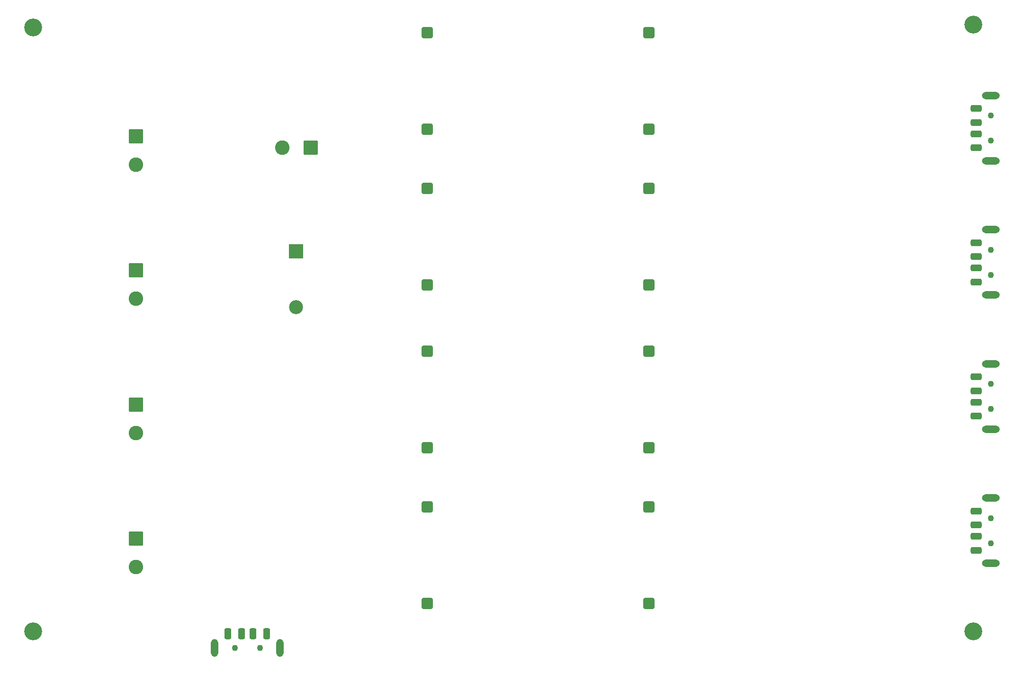
<source format=gbr>
%TF.GenerationSoftware,KiCad,Pcbnew,9.0.4*%
%TF.CreationDate,2025-09-17T14:06:31+05:30*%
%TF.ProjectId,Robot_power_board,526f626f-745f-4706-9f77-65725f626f61,rev?*%
%TF.SameCoordinates,Original*%
%TF.FileFunction,Soldermask,Top*%
%TF.FilePolarity,Negative*%
%FSLAX46Y46*%
G04 Gerber Fmt 4.6, Leading zero omitted, Abs format (unit mm)*
G04 Created by KiCad (PCBNEW 9.0.4) date 2025-09-17 14:06:31*
%MOMM*%
%LPD*%
G01*
G04 APERTURE LIST*
G04 Aperture macros list*
%AMRoundRect*
0 Rectangle with rounded corners*
0 $1 Rounding radius*
0 $2 $3 $4 $5 $6 $7 $8 $9 X,Y pos of 4 corners*
0 Add a 4 corners polygon primitive as box body*
4,1,4,$2,$3,$4,$5,$6,$7,$8,$9,$2,$3,0*
0 Add four circle primitives for the rounded corners*
1,1,$1+$1,$2,$3*
1,1,$1+$1,$4,$5*
1,1,$1+$1,$6,$7*
1,1,$1+$1,$8,$9*
0 Add four rect primitives between the rounded corners*
20,1,$1+$1,$2,$3,$4,$5,0*
20,1,$1+$1,$4,$5,$6,$7,0*
20,1,$1+$1,$6,$7,$8,$9,0*
20,1,$1+$1,$8,$9,$2,$3,0*%
G04 Aperture macros list end*
%ADD10RoundRect,0.250000X-1.050000X1.050000X-1.050000X-1.050000X1.050000X-1.050000X1.050000X1.050000X0*%
%ADD11C,2.600000*%
%ADD12RoundRect,0.250000X1.050000X1.050000X-1.050000X1.050000X-1.050000X-1.050000X1.050000X-1.050000X0*%
%ADD13C,1.100000*%
%ADD14RoundRect,0.300000X-0.300000X0.700000X-0.300000X-0.700000X0.300000X-0.700000X0.300000X0.700000X0*%
%ADD15O,1.300000X3.200000*%
%ADD16C,3.200000*%
%ADD17RoundRect,0.300000X-0.700000X-0.300000X0.700000X-0.300000X0.700000X0.300000X-0.700000X0.300000X0*%
%ADD18O,3.200000X1.300000*%
%ADD19R,2.500000X2.500000*%
%ADD20C,2.500000*%
%ADD21RoundRect,0.300000X-0.700000X-0.700000X0.700000X-0.700000X0.700000X0.700000X-0.700000X0.700000X0*%
G04 APERTURE END LIST*
D10*
%TO.C,J4*%
X65827500Y-102455000D03*
D11*
X65827500Y-107535000D03*
%TD*%
D12*
%TO.C,J1*%
X97045000Y-56500000D03*
D11*
X91965000Y-56500000D03*
%TD*%
D13*
%TO.C,J10*%
X88000000Y-146000000D03*
X83500000Y-146000000D03*
D14*
X89250000Y-143400000D03*
X86750000Y-143400000D03*
X84750000Y-143400000D03*
X82250000Y-143400000D03*
D15*
X91600000Y-146000000D03*
X79900000Y-146000000D03*
%TD*%
D16*
%TO.C,REF\u002A\u002A*%
X215500000Y-143000000D03*
%TD*%
D13*
%TO.C,J11*%
X218625000Y-50750000D03*
X218625000Y-55250000D03*
D17*
X216025000Y-49500000D03*
X216025000Y-52000000D03*
X216025000Y-54000000D03*
X216025000Y-56500000D03*
D18*
X218625000Y-47150000D03*
X218625000Y-58850000D03*
%TD*%
D10*
%TO.C,J2*%
X65827500Y-54455000D03*
D11*
X65827500Y-59535000D03*
%TD*%
D19*
%TO.C,F1*%
X94500000Y-75000000D03*
D20*
X94500000Y-85000000D03*
%TD*%
D13*
%TO.C,J14*%
X218625000Y-122750000D03*
X218625000Y-127250000D03*
D17*
X216025000Y-121500000D03*
X216025000Y-124000000D03*
X216025000Y-126000000D03*
X216025000Y-128500000D03*
D18*
X218625000Y-119150000D03*
X218625000Y-130850000D03*
%TD*%
D21*
%TO.C,J9*%
X117870000Y-138000000D03*
X117870000Y-120730000D03*
X157500000Y-138000000D03*
X157500000Y-120730000D03*
%TD*%
D10*
%TO.C,J3*%
X65827500Y-78455000D03*
D11*
X65827500Y-83535000D03*
%TD*%
D16*
%TO.C,REF\u002A\u002A*%
X47500000Y-35000000D03*
%TD*%
%TO.C,REF\u002A\u002A*%
X215500000Y-34500000D03*
%TD*%
D13*
%TO.C,J13*%
X218625000Y-98750000D03*
X218625000Y-103250000D03*
D17*
X216025000Y-97500000D03*
X216025000Y-100000000D03*
X216025000Y-102000000D03*
X216025000Y-104500000D03*
D18*
X218625000Y-95150000D03*
X218625000Y-106850000D03*
%TD*%
D21*
%TO.C,J8*%
X117870000Y-110166667D03*
X117870000Y-92896667D03*
X157500000Y-110166667D03*
X157500000Y-92896667D03*
%TD*%
D16*
%TO.C,REF\u002A\u002A*%
X47500000Y-143000000D03*
%TD*%
D10*
%TO.C,J5*%
X65827500Y-126455000D03*
D11*
X65827500Y-131535000D03*
%TD*%
D21*
%TO.C,J6*%
X117870000Y-53166667D03*
X117870000Y-35896667D03*
X157500000Y-53166667D03*
X157500000Y-35896667D03*
%TD*%
%TO.C,J7*%
X117870000Y-81000000D03*
X117870000Y-63730000D03*
X157500000Y-81000000D03*
X157500000Y-63730000D03*
%TD*%
D13*
%TO.C,J12*%
X218625000Y-74750000D03*
X218625000Y-79250000D03*
D17*
X216025000Y-73500000D03*
X216025000Y-76000000D03*
X216025000Y-78000000D03*
X216025000Y-80500000D03*
D18*
X218625000Y-71150000D03*
X218625000Y-82850000D03*
%TD*%
M02*

</source>
